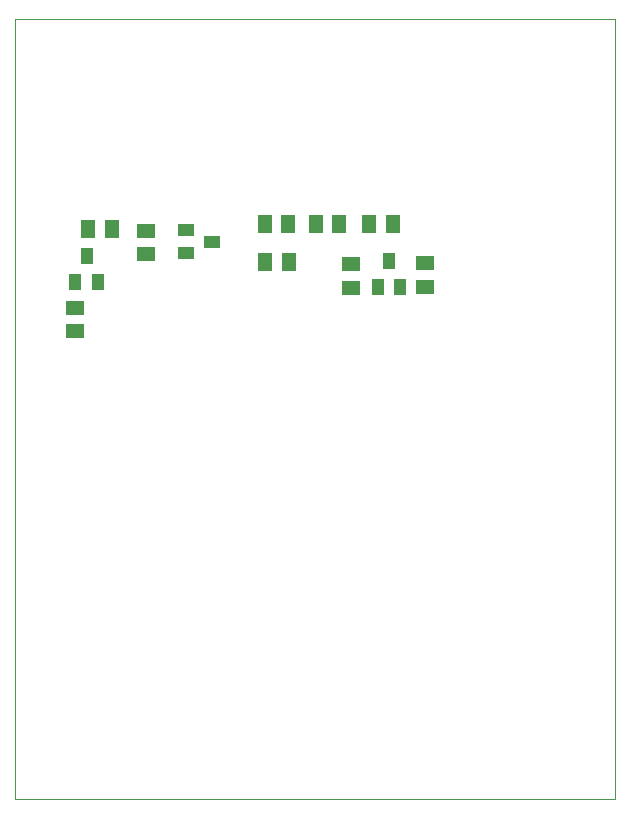
<source format=gtp>
G75*
%MOIN*%
%OFA0B0*%
%FSLAX25Y25*%
%IPPOS*%
%LPD*%
%AMOC8*
5,1,8,0,0,1.08239X$1,22.5*
%
%ADD10C,0.00000*%
%ADD11R,0.05118X0.06299*%
%ADD12R,0.06299X0.05118*%
%ADD13R,0.03937X0.05512*%
%ADD14R,0.05512X0.03937*%
D10*
X0001000Y0001000D02*
X0201000Y0001000D01*
X0201000Y0261000D01*
X0001000Y0261000D01*
X0001000Y0001000D01*
D11*
X0084397Y0180061D03*
X0092271Y0180061D03*
X0092077Y0192672D03*
X0084203Y0192672D03*
X0101255Y0192729D03*
X0109129Y0192729D03*
X0118985Y0192701D03*
X0126859Y0192701D03*
X0033187Y0191200D03*
X0025313Y0191200D03*
D12*
X0044625Y0190596D03*
X0044625Y0182722D03*
X0021000Y0164937D03*
X0021000Y0157063D03*
X0112902Y0171608D03*
X0112902Y0179482D03*
X0137664Y0179781D03*
X0137664Y0171907D03*
D13*
X0129377Y0171700D03*
X0125637Y0180361D03*
X0121897Y0171700D03*
X0028613Y0173499D03*
X0021133Y0173499D03*
X0024873Y0182160D03*
D14*
X0058014Y0183223D03*
X0058014Y0190703D03*
X0066676Y0186963D03*
M02*

</source>
